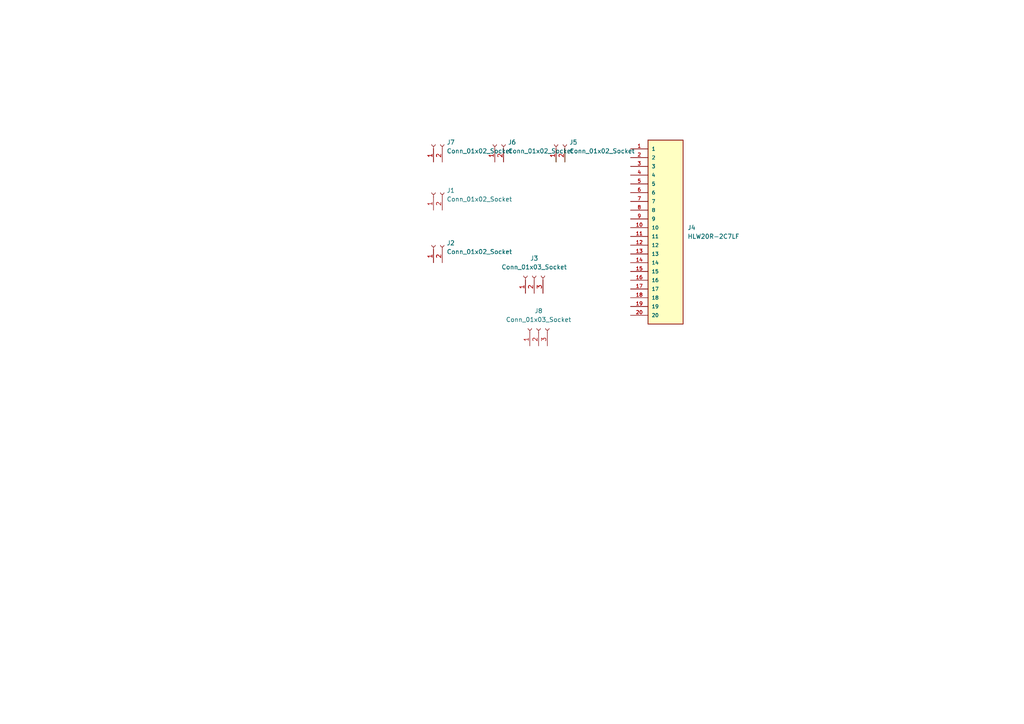
<source format=kicad_sch>
(kicad_sch
	(version 20231120)
	(generator "eeschema")
	(generator_version "8.0")
	(uuid "fa7cd74b-23bc-47f2-b91d-a26eefce7b25")
	(paper "A4")
	(title_block
		(title "FFC PCB Voron")
		(rev "1.0")
	)
	(lib_symbols
		(symbol "Connector:Conn_01x02_Socket"
			(pin_names
				(offset 1.016) hide)
			(exclude_from_sim no)
			(in_bom yes)
			(on_board yes)
			(property "Reference" "J"
				(at 0 2.54 0)
				(effects
					(font
						(size 1.27 1.27)
					)
				)
			)
			(property "Value" "Conn_01x02_Socket"
				(at 0 -5.08 0)
				(effects
					(font
						(size 1.27 1.27)
					)
				)
			)
			(property "Footprint" ""
				(at 0 0 0)
				(effects
					(font
						(size 1.27 1.27)
					)
					(hide yes)
				)
			)
			(property "Datasheet" "~"
				(at 0 0 0)
				(effects
					(font
						(size 1.27 1.27)
					)
					(hide yes)
				)
			)
			(property "Description" "Generic connector, single row, 01x02, script generated"
				(at 0 0 0)
				(effects
					(font
						(size 1.27 1.27)
					)
					(hide yes)
				)
			)
			(property "ki_locked" ""
				(at 0 0 0)
				(effects
					(font
						(size 1.27 1.27)
					)
				)
			)
			(property "ki_keywords" "connector"
				(at 0 0 0)
				(effects
					(font
						(size 1.27 1.27)
					)
					(hide yes)
				)
			)
			(property "ki_fp_filters" "Connector*:*_1x??_*"
				(at 0 0 0)
				(effects
					(font
						(size 1.27 1.27)
					)
					(hide yes)
				)
			)
			(symbol "Conn_01x02_Socket_1_1"
				(arc
					(start 0 -2.032)
					(mid -0.5058 -2.54)
					(end 0 -3.048)
					(stroke
						(width 0.1524)
						(type default)
					)
					(fill
						(type none)
					)
				)
				(polyline
					(pts
						(xy -1.27 -2.54) (xy -0.508 -2.54)
					)
					(stroke
						(width 0.1524)
						(type default)
					)
					(fill
						(type none)
					)
				)
				(polyline
					(pts
						(xy -1.27 0) (xy -0.508 0)
					)
					(stroke
						(width 0.1524)
						(type default)
					)
					(fill
						(type none)
					)
				)
				(arc
					(start 0 0.508)
					(mid -0.5058 0)
					(end 0 -0.508)
					(stroke
						(width 0.1524)
						(type default)
					)
					(fill
						(type none)
					)
				)
				(pin passive line
					(at -5.08 0 0)
					(length 3.81)
					(name "Pin_1"
						(effects
							(font
								(size 1.27 1.27)
							)
						)
					)
					(number "1"
						(effects
							(font
								(size 1.27 1.27)
							)
						)
					)
				)
				(pin passive line
					(at -5.08 -2.54 0)
					(length 3.81)
					(name "Pin_2"
						(effects
							(font
								(size 1.27 1.27)
							)
						)
					)
					(number "2"
						(effects
							(font
								(size 1.27 1.27)
							)
						)
					)
				)
			)
		)
		(symbol "Connector:Conn_01x03_Socket"
			(pin_names
				(offset 1.016) hide)
			(exclude_from_sim no)
			(in_bom yes)
			(on_board yes)
			(property "Reference" "J"
				(at 0 5.08 0)
				(effects
					(font
						(size 1.27 1.27)
					)
				)
			)
			(property "Value" "Conn_01x03_Socket"
				(at 0 -5.08 0)
				(effects
					(font
						(size 1.27 1.27)
					)
				)
			)
			(property "Footprint" ""
				(at 0 0 0)
				(effects
					(font
						(size 1.27 1.27)
					)
					(hide yes)
				)
			)
			(property "Datasheet" "~"
				(at 0 0 0)
				(effects
					(font
						(size 1.27 1.27)
					)
					(hide yes)
				)
			)
			(property "Description" "Generic connector, single row, 01x03, script generated"
				(at 0 0 0)
				(effects
					(font
						(size 1.27 1.27)
					)
					(hide yes)
				)
			)
			(property "ki_locked" ""
				(at 0 0 0)
				(effects
					(font
						(size 1.27 1.27)
					)
				)
			)
			(property "ki_keywords" "connector"
				(at 0 0 0)
				(effects
					(font
						(size 1.27 1.27)
					)
					(hide yes)
				)
			)
			(property "ki_fp_filters" "Connector*:*_1x??_*"
				(at 0 0 0)
				(effects
					(font
						(size 1.27 1.27)
					)
					(hide yes)
				)
			)
			(symbol "Conn_01x03_Socket_1_1"
				(arc
					(start 0 -2.032)
					(mid -0.5058 -2.54)
					(end 0 -3.048)
					(stroke
						(width 0.1524)
						(type default)
					)
					(fill
						(type none)
					)
				)
				(polyline
					(pts
						(xy -1.27 -2.54) (xy -0.508 -2.54)
					)
					(stroke
						(width 0.1524)
						(type default)
					)
					(fill
						(type none)
					)
				)
				(polyline
					(pts
						(xy -1.27 0) (xy -0.508 0)
					)
					(stroke
						(width 0.1524)
						(type default)
					)
					(fill
						(type none)
					)
				)
				(polyline
					(pts
						(xy -1.27 2.54) (xy -0.508 2.54)
					)
					(stroke
						(width 0.1524)
						(type default)
					)
					(fill
						(type none)
					)
				)
				(arc
					(start 0 0.508)
					(mid -0.5058 0)
					(end 0 -0.508)
					(stroke
						(width 0.1524)
						(type default)
					)
					(fill
						(type none)
					)
				)
				(arc
					(start 0 3.048)
					(mid -0.5058 2.54)
					(end 0 2.032)
					(stroke
						(width 0.1524)
						(type default)
					)
					(fill
						(type none)
					)
				)
				(pin passive line
					(at -5.08 2.54 0)
					(length 3.81)
					(name "Pin_1"
						(effects
							(font
								(size 1.27 1.27)
							)
						)
					)
					(number "1"
						(effects
							(font
								(size 1.27 1.27)
							)
						)
					)
				)
				(pin passive line
					(at -5.08 0 0)
					(length 3.81)
					(name "Pin_2"
						(effects
							(font
								(size 1.27 1.27)
							)
						)
					)
					(number "2"
						(effects
							(font
								(size 1.27 1.27)
							)
						)
					)
				)
				(pin passive line
					(at -5.08 -2.54 0)
					(length 3.81)
					(name "Pin_3"
						(effects
							(font
								(size 1.27 1.27)
							)
						)
					)
					(number "3"
						(effects
							(font
								(size 1.27 1.27)
							)
						)
					)
				)
			)
		)
		(symbol "HLW20R-2C7LF:HLW20R-2C7LF"
			(pin_names
				(offset 1.016)
			)
			(exclude_from_sim no)
			(in_bom yes)
			(on_board yes)
			(property "Reference" "J"
				(at -5.08 28.702 0)
				(effects
					(font
						(size 1.27 1.27)
					)
					(justify left bottom)
				)
			)
			(property "Value" "HLW20R-2C7LF"
				(at -5.08 -27.94 0)
				(effects
					(font
						(size 1.27 1.27)
					)
					(justify left bottom)
				)
			)
			(property "Footprint" "AMPHENOL_HLW20R-2C7LF"
				(at 0 0 0)
				(effects
					(font
						(size 1.27 1.27)
					)
					(justify left bottom)
					(hide yes)
				)
			)
			(property "Datasheet" ""
				(at 0 0 0)
				(effects
					(font
						(size 1.27 1.27)
					)
					(justify left bottom)
					(hide yes)
				)
			)
			(property "Description" "C"
				(at 0 0 0)
				(effects
					(font
						(size 1.27 1.27)
					)
					(justify left bottom)
					(hide yes)
				)
			)
			(property "STANDARD" "Manufacturer Recommendations"
				(at 0 0 0)
				(effects
					(font
						(size 1.27 1.27)
					)
					(justify left bottom)
					(hide yes)
				)
			)
			(property "MAXIMUM_PACKAGE_HEIGHT" "3.9mm"
				(at 0 0 0)
				(effects
					(font
						(size 1.27 1.27)
					)
					(justify left bottom)
					(hide yes)
				)
			)
			(property "MANUFACTURER" "Amphenol"
				(at 0 0 0)
				(effects
					(font
						(size 1.27 1.27)
					)
					(justify left bottom)
					(hide yes)
				)
			)
			(property "ki_locked" ""
				(at 0 0 0)
				(effects
					(font
						(size 1.27 1.27)
					)
				)
			)
			(symbol "HLW20R-2C7LF_0_0"
				(rectangle
					(start -5.08 -25.4)
					(end 5.08 27.94)
					(stroke
						(width 0.254)
						(type solid)
					)
					(fill
						(type background)
					)
				)
				(pin passive line
					(at -10.16 25.4 0)
					(length 5.08)
					(name "1"
						(effects
							(font
								(size 1.016 1.016)
							)
						)
					)
					(number "1"
						(effects
							(font
								(size 1.016 1.016)
							)
						)
					)
				)
				(pin passive line
					(at -10.16 2.54 0)
					(length 5.08)
					(name "10"
						(effects
							(font
								(size 1.016 1.016)
							)
						)
					)
					(number "10"
						(effects
							(font
								(size 1.016 1.016)
							)
						)
					)
				)
				(pin passive line
					(at -10.16 0 0)
					(length 5.08)
					(name "11"
						(effects
							(font
								(size 1.016 1.016)
							)
						)
					)
					(number "11"
						(effects
							(font
								(size 1.016 1.016)
							)
						)
					)
				)
				(pin passive line
					(at -10.16 -2.54 0)
					(length 5.08)
					(name "12"
						(effects
							(font
								(size 1.016 1.016)
							)
						)
					)
					(number "12"
						(effects
							(font
								(size 1.016 1.016)
							)
						)
					)
				)
				(pin passive line
					(at -10.16 -5.08 0)
					(length 5.08)
					(name "13"
						(effects
							(font
								(size 1.016 1.016)
							)
						)
					)
					(number "13"
						(effects
							(font
								(size 1.016 1.016)
							)
						)
					)
				)
				(pin passive line
					(at -10.16 -7.62 0)
					(length 5.08)
					(name "14"
						(effects
							(font
								(size 1.016 1.016)
							)
						)
					)
					(number "14"
						(effects
							(font
								(size 1.016 1.016)
							)
						)
					)
				)
				(pin passive line
					(at -10.16 -10.16 0)
					(length 5.08)
					(name "15"
						(effects
							(font
								(size 1.016 1.016)
							)
						)
					)
					(number "15"
						(effects
							(font
								(size 1.016 1.016)
							)
						)
					)
				)
				(pin passive line
					(at -10.16 -12.7 0)
					(length 5.08)
					(name "16"
						(effects
							(font
								(size 1.016 1.016)
							)
						)
					)
					(number "16"
						(effects
							(font
								(size 1.016 1.016)
							)
						)
					)
				)
				(pin passive line
					(at -10.16 -15.24 0)
					(length 5.08)
					(name "17"
						(effects
							(font
								(size 1.016 1.016)
							)
						)
					)
					(number "17"
						(effects
							(font
								(size 1.016 1.016)
							)
						)
					)
				)
				(pin passive line
					(at -10.16 -17.78 0)
					(length 5.08)
					(name "18"
						(effects
							(font
								(size 1.016 1.016)
							)
						)
					)
					(number "18"
						(effects
							(font
								(size 1.016 1.016)
							)
						)
					)
				)
				(pin passive line
					(at -10.16 -20.32 0)
					(length 5.08)
					(name "19"
						(effects
							(font
								(size 1.016 1.016)
							)
						)
					)
					(number "19"
						(effects
							(font
								(size 1.016 1.016)
							)
						)
					)
				)
				(pin passive line
					(at -10.16 22.86 0)
					(length 5.08)
					(name "2"
						(effects
							(font
								(size 1.016 1.016)
							)
						)
					)
					(number "2"
						(effects
							(font
								(size 1.016 1.016)
							)
						)
					)
				)
				(pin passive line
					(at -10.16 -22.86 0)
					(length 5.08)
					(name "20"
						(effects
							(font
								(size 1.016 1.016)
							)
						)
					)
					(number "20"
						(effects
							(font
								(size 1.016 1.016)
							)
						)
					)
				)
				(pin passive line
					(at -10.16 20.32 0)
					(length 5.08)
					(name "3"
						(effects
							(font
								(size 1.016 1.016)
							)
						)
					)
					(number "3"
						(effects
							(font
								(size 1.016 1.016)
							)
						)
					)
				)
				(pin passive line
					(at -10.16 17.78 0)
					(length 5.08)
					(name "4"
						(effects
							(font
								(size 1.016 1.016)
							)
						)
					)
					(number "4"
						(effects
							(font
								(size 1.016 1.016)
							)
						)
					)
				)
				(pin passive line
					(at -10.16 15.24 0)
					(length 5.08)
					(name "5"
						(effects
							(font
								(size 1.016 1.016)
							)
						)
					)
					(number "5"
						(effects
							(font
								(size 1.016 1.016)
							)
						)
					)
				)
				(pin passive line
					(at -10.16 12.7 0)
					(length 5.08)
					(name "6"
						(effects
							(font
								(size 1.016 1.016)
							)
						)
					)
					(number "6"
						(effects
							(font
								(size 1.016 1.016)
							)
						)
					)
				)
				(pin passive line
					(at -10.16 10.16 0)
					(length 5.08)
					(name "7"
						(effects
							(font
								(size 1.016 1.016)
							)
						)
					)
					(number "7"
						(effects
							(font
								(size 1.016 1.016)
							)
						)
					)
				)
				(pin passive line
					(at -10.16 7.62 0)
					(length 5.08)
					(name "8"
						(effects
							(font
								(size 1.016 1.016)
							)
						)
					)
					(number "8"
						(effects
							(font
								(size 1.016 1.016)
							)
						)
					)
				)
				(pin passive line
					(at -10.16 5.08 0)
					(length 5.08)
					(name "9"
						(effects
							(font
								(size 1.016 1.016)
							)
						)
					)
					(number "9"
						(effects
							(font
								(size 1.016 1.016)
							)
						)
					)
				)
			)
		)
	)
	(wire
		(pts
			(xy 163.83 43.18) (xy 163.83 46.99)
		)
		(stroke
			(width 0)
			(type default)
		)
		(uuid "ad7e52e9-bdb0-429b-8d22-ae84d688a389")
	)
	(wire
		(pts
			(xy 161.29 45.72) (xy 161.29 46.99)
		)
		(stroke
			(width 0)
			(type default)
		)
		(uuid "fb653040-c238-48ec-bde8-bc5877e9e736")
	)
	(symbol
		(lib_id "Connector:Conn_01x03_Socket")
		(at 156.21 95.25 90)
		(unit 1)
		(exclude_from_sim no)
		(in_bom yes)
		(on_board yes)
		(dnp no)
		(fields_autoplaced yes)
		(uuid "3c9444ba-60a7-4c08-97b7-29eae4a87511")
		(property "Reference" "J8"
			(at 156.21 90.17 90)
			(effects
				(font
					(size 1.27 1.27)
				)
			)
		)
		(property "Value" "Conn_01x03_Socket"
			(at 156.21 92.71 90)
			(effects
				(font
					(size 1.27 1.27)
				)
			)
		)
		(property "Footprint" "Connector_JST:JST_XH_B3B-XH-A_1x03_P2.50mm_Vertical"
			(at 156.21 95.25 0)
			(effects
				(font
					(size 1.27 1.27)
				)
				(hide yes)
			)
		)
		(property "Datasheet" "~"
			(at 156.21 95.25 0)
			(effects
				(font
					(size 1.27 1.27)
				)
				(hide yes)
			)
		)
		(property "Description" "Generic connector, single row, 01x03, script generated"
			(at 156.21 95.25 0)
			(effects
				(font
					(size 1.27 1.27)
				)
				(hide yes)
			)
		)
		(pin "1"
			(uuid "583c0a24-4abf-4aaa-9162-93d5f4ebffd3")
		)
		(pin "3"
			(uuid "3664eebf-22a7-4dba-aed9-2a22589ab711")
		)
		(pin "2"
			(uuid "28cb2ab7-f971-4ea0-b237-f992b76f6669")
		)
		(instances
			(project "FFC_Voron"
				(path "/fa7cd74b-23bc-47f2-b91d-a26eefce7b25"
					(reference "J8")
					(unit 1)
				)
			)
		)
	)
	(symbol
		(lib_id "Connector:Conn_01x02_Socket")
		(at 125.73 55.88 90)
		(unit 1)
		(exclude_from_sim no)
		(in_bom yes)
		(on_board yes)
		(dnp no)
		(fields_autoplaced yes)
		(uuid "61fbf17f-94b8-4796-96a6-d6e96fbb2ccd")
		(property "Reference" "J1"
			(at 129.54 55.2449 90)
			(effects
				(font
					(size 1.27 1.27)
				)
				(justify right)
			)
		)
		(property "Value" "Conn_01x02_Socket"
			(at 129.54 57.7849 90)
			(effects
				(font
					(size 1.27 1.27)
				)
				(justify right)
			)
		)
		(property "Footprint" ""
			(at 125.73 55.88 0)
			(effects
				(font
					(size 1.27 1.27)
				)
				(hide yes)
			)
		)
		(property "Datasheet" "~"
			(at 125.73 55.88 0)
			(effects
				(font
					(size 1.27 1.27)
				)
				(hide yes)
			)
		)
		(property "Description" "Generic connector, single row, 01x02, script generated"
			(at 125.73 55.88 0)
			(effects
				(font
					(size 1.27 1.27)
				)
				(hide yes)
			)
		)
		(pin "1"
			(uuid "8933dcbb-1ed6-43c6-b144-534141cc78cb")
		)
		(pin "2"
			(uuid "ce202067-3e1e-43ae-a6ef-6d7180ad8140")
		)
		(instances
			(project "FFC_Voron"
				(path "/fa7cd74b-23bc-47f2-b91d-a26eefce7b25"
					(reference "J1")
					(unit 1)
				)
			)
		)
	)
	(symbol
		(lib_id "Connector:Conn_01x02_Socket")
		(at 125.73 71.12 90)
		(unit 1)
		(exclude_from_sim no)
		(in_bom yes)
		(on_board yes)
		(dnp no)
		(fields_autoplaced yes)
		(uuid "78e88d1d-c83f-482e-aff7-193368dedbea")
		(property "Reference" "J2"
			(at 129.54 70.4849 90)
			(effects
				(font
					(size 1.27 1.27)
				)
				(justify right)
			)
		)
		(property "Value" "Conn_01x02_Socket"
			(at 129.54 73.0249 90)
			(effects
				(font
					(size 1.27 1.27)
				)
				(justify right)
			)
		)
		(property "Footprint" ""
			(at 125.73 71.12 0)
			(effects
				(font
					(size 1.27 1.27)
				)
				(hide yes)
			)
		)
		(property "Datasheet" "~"
			(at 125.73 71.12 0)
			(effects
				(font
					(size 1.27 1.27)
				)
				(hide yes)
			)
		)
		(property "Description" "Generic connector, single row, 01x02, script generated"
			(at 125.73 71.12 0)
			(effects
				(font
					(size 1.27 1.27)
				)
				(hide yes)
			)
		)
		(pin "1"
			(uuid "9c63e1e5-1075-464c-8890-733f1199e6ee")
		)
		(pin "2"
			(uuid "ffc3bedd-931d-447b-905d-64eb8288d0e4")
		)
		(instances
			(project "FFC_Voron"
				(path "/fa7cd74b-23bc-47f2-b91d-a26eefce7b25"
					(reference "J2")
					(unit 1)
				)
			)
		)
	)
	(symbol
		(lib_id "HLW20R-2C7LF:HLW20R-2C7LF")
		(at 193.04 68.58 0)
		(unit 1)
		(exclude_from_sim no)
		(in_bom yes)
		(on_board yes)
		(dnp no)
		(fields_autoplaced yes)
		(uuid "79264748-83f2-4fa4-954e-09108748c007")
		(property "Reference" "J4"
			(at 199.39 66.0399 0)
			(effects
				(font
					(size 1.27 1.27)
				)
				(justify left)
			)
		)
		(property "Value" "HLW20R-2C7LF"
			(at 199.39 68.5799 0)
			(effects
				(font
					(size 1.27 1.27)
				)
				(justify left)
			)
		)
		(property "Footprint" "AMPHENOL_F300-1B7H1-11020-E100"
			(at 193.04 68.58 0)
			(effects
				(font
					(size 1.27 1.27)
				)
				(justify left bottom)
				(hide yes)
			)
		)
		(property "Datasheet" ""
			(at 193.04 68.58 0)
			(effects
				(font
					(size 1.27 1.27)
				)
				(justify left bottom)
				(hide yes)
			)
		)
		(property "Description" "C"
			(at 193.04 68.58 0)
			(effects
				(font
					(size 1.27 1.27)
				)
				(justify left bottom)
				(hide yes)
			)
		)
		(property "STANDARD" "Manufacturer Recommendations"
			(at 193.04 68.58 0)
			(effects
				(font
					(size 1.27 1.27)
				)
				(justify left bottom)
				(hide yes)
			)
		)
		(property "MAXIMUM_PACKAGE_HEIGHT" "3.9mm"
			(at 193.04 68.58 0)
			(effects
				(font
					(size 1.27 1.27)
				)
				(justify left bottom)
				(hide yes)
			)
		)
		(property "MANUFACTURER" "Amphenol"
			(at 193.04 68.58 0)
			(effects
				(font
					(size 1.27 1.27)
				)
				(justify left bottom)
				(hide yes)
			)
		)
		(pin "18"
			(uuid "724d7cce-8111-4aa5-9f0b-a9feb389d4b9")
		)
		(pin "11"
			(uuid "f7a7cfbd-5fe2-453f-8062-eaaae9c814f1")
		)
		(pin "16"
			(uuid "055b320c-0334-497b-a000-5f7d88b10611")
		)
		(pin "5"
			(uuid "0dd7a6f6-e2f7-442f-bb2d-82e0790e6e0b")
		)
		(pin "13"
			(uuid "bdb51fde-4908-4c39-9c02-fc08a1025aca")
		)
		(pin "9"
			(uuid "5d67f50e-6ef4-4f11-84c6-75d0b700c389")
		)
		(pin "2"
			(uuid "25d5fa59-ed67-4f9d-bcf0-641cfd9bdef2")
		)
		(pin "1"
			(uuid "56cf0342-af99-417b-8f64-a990836bd99e")
		)
		(pin "12"
			(uuid "1ac49b82-f5a9-4a77-8429-01bb740cf498")
		)
		(pin "20"
			(uuid "9fd05bbb-c737-40e0-a7af-b9638e066074")
		)
		(pin "14"
			(uuid "7bfb4f14-f105-443d-a653-c2ea934a2672")
		)
		(pin "7"
			(uuid "24007041-9936-46f9-8121-bf49a8550bad")
		)
		(pin "8"
			(uuid "f888d521-f96c-401e-b2c5-c2a3ceef3242")
		)
		(pin "4"
			(uuid "77b65180-1108-4100-830a-d79c492a396b")
		)
		(pin "6"
			(uuid "5b12b715-96f3-49e1-bd07-4da7b45b805c")
		)
		(pin "3"
			(uuid "1c41b868-676f-4018-a5a8-7b031915858d")
		)
		(pin "15"
			(uuid "326ca90f-66e8-44f8-8174-d78f5f0f6e3c")
		)
		(pin "17"
			(uuid "ee825585-4084-4fed-ab68-544c7d9b628c")
		)
		(pin "10"
			(uuid "c1302296-b5cb-473f-82d7-0ab23ff85b6a")
		)
		(pin "19"
			(uuid "a39903f6-5fbf-472b-a9eb-f07e06bc18a6")
		)
		(instances
			(project "FFC_Voron"
				(path "/fa7cd74b-23bc-47f2-b91d-a26eefce7b25"
					(reference "J4")
					(unit 1)
				)
			)
		)
	)
	(symbol
		(lib_id "Connector:Conn_01x02_Socket")
		(at 143.51 41.91 90)
		(unit 1)
		(exclude_from_sim no)
		(in_bom yes)
		(on_board yes)
		(dnp no)
		(fields_autoplaced yes)
		(uuid "8aa67d8e-58e9-4b4e-951d-1cae9bb55f68")
		(property "Reference" "J6"
			(at 147.32 41.2749 90)
			(effects
				(font
					(size 1.27 1.27)
				)
				(justify right)
			)
		)
		(property "Value" "Conn_01x02_Socket"
			(at 147.32 43.8149 90)
			(effects
				(font
					(size 1.27 1.27)
				)
				(justify right)
			)
		)
		(property "Footprint" ""
			(at 143.51 41.91 0)
			(effects
				(font
					(size 1.27 1.27)
				)
				(hide yes)
			)
		)
		(property "Datasheet" "~"
			(at 143.51 41.91 0)
			(effects
				(font
					(size 1.27 1.27)
				)
				(hide yes)
			)
		)
		(property "Description" "Generic connector, single row, 01x02, script generated"
			(at 143.51 41.91 0)
			(effects
				(font
					(size 1.27 1.27)
				)
				(hide yes)
			)
		)
		(pin "2"
			(uuid "b5fb2623-e57f-40f7-850c-15f3d6f27ad2")
		)
		(pin "1"
			(uuid "b661022b-4b6d-4b8d-aeb8-744348250f55")
		)
		(instances
			(project "FFC_Voron"
				(path "/fa7cd74b-23bc-47f2-b91d-a26eefce7b25"
					(reference "J6")
					(unit 1)
				)
			)
		)
	)
	(symbol
		(lib_id "Connector:Conn_01x02_Socket")
		(at 161.29 41.91 90)
		(unit 1)
		(exclude_from_sim no)
		(in_bom yes)
		(on_board yes)
		(dnp no)
		(fields_autoplaced yes)
		(uuid "a2ec922d-c886-4e61-bdfc-01a3bcc59585")
		(property "Reference" "J5"
			(at 165.1 41.2749 90)
			(effects
				(font
					(size 1.27 1.27)
				)
				(justify right)
			)
		)
		(property "Value" "Conn_01x02_Socket"
			(at 165.1 43.8149 90)
			(effects
				(font
					(size 1.27 1.27)
				)
				(justify right)
			)
		)
		(property "Footprint" "Connector_JST:JST_XH_B2B-XH-A_1x02_P2.50mm_Vertical"
			(at 161.29 41.91 0)
			(effects
				(font
					(size 1.27 1.27)
				)
				(hide yes)
			)
		)
		(property "Datasheet" "~"
			(at 161.29 41.91 0)
			(effects
				(font
					(size 1.27 1.27)
				)
				(hide yes)
			)
		)
		(property "Description" "Generic connector, single row, 01x02, script generated"
			(at 161.29 41.91 0)
			(effects
				(font
					(size 1.27 1.27)
				)
				(hide yes)
			)
		)
		(pin "1"
			(uuid "063c60c6-d518-4613-a681-cc259371d1c2")
		)
		(pin "2"
			(uuid "7a97eb01-cbb9-403b-8713-83efc1c5a882")
		)
		(instances
			(project "FFC_Voron"
				(path "/fa7cd74b-23bc-47f2-b91d-a26eefce7b25"
					(reference "J5")
					(unit 1)
				)
			)
		)
	)
	(symbol
		(lib_id "Connector:Conn_01x02_Socket")
		(at 125.73 41.91 90)
		(unit 1)
		(exclude_from_sim no)
		(in_bom yes)
		(on_board yes)
		(dnp no)
		(fields_autoplaced yes)
		(uuid "a8313150-cdcf-44bb-803d-fee968905870")
		(property "Reference" "J7"
			(at 129.54 41.2749 90)
			(effects
				(font
					(size 1.27 1.27)
				)
				(justify right)
			)
		)
		(property "Value" "Conn_01x02_Socket"
			(at 129.54 43.8149 90)
			(effects
				(font
					(size 1.27 1.27)
				)
				(justify right)
			)
		)
		(property "Footprint" ""
			(at 125.73 41.91 0)
			(effects
				(font
					(size 1.27 1.27)
				)
				(hide yes)
			)
		)
		(property "Datasheet" "~"
			(at 125.73 41.91 0)
			(effects
				(font
					(size 1.27 1.27)
				)
				(hide yes)
			)
		)
		(property "Description" "Generic connector, single row, 01x02, script generated"
			(at 125.73 41.91 0)
			(effects
				(font
					(size 1.27 1.27)
				)
				(hide yes)
			)
		)
		(pin "1"
			(uuid "306466f4-af75-493c-a035-c4edcd7da804")
		)
		(pin "2"
			(uuid "754692f3-1a37-480f-9cb6-d54febab6891")
		)
		(instances
			(project "FFC_Voron"
				(path "/fa7cd74b-23bc-47f2-b91d-a26eefce7b25"
					(reference "J7")
					(unit 1)
				)
			)
		)
	)
	(symbol
		(lib_id "Connector:Conn_01x03_Socket")
		(at 154.94 80.01 90)
		(unit 1)
		(exclude_from_sim no)
		(in_bom yes)
		(on_board yes)
		(dnp no)
		(fields_autoplaced yes)
		(uuid "d1698cf6-36cf-48e6-ad3c-3cf6a57e6203")
		(property "Reference" "J3"
			(at 154.94 74.93 90)
			(effects
				(font
					(size 1.27 1.27)
				)
			)
		)
		(property "Value" "Conn_01x03_Socket"
			(at 154.94 77.47 90)
			(effects
				(font
					(size 1.27 1.27)
				)
			)
		)
		(property "Footprint" "Connector_JST:JST_XH_B3B-XH-A_1x03_P2.50mm_Vertical"
			(at 154.94 80.01 0)
			(effects
				(font
					(size 1.27 1.27)
				)
				(hide yes)
			)
		)
		(property "Datasheet" "~"
			(at 154.94 80.01 0)
			(effects
				(font
					(size 1.27 1.27)
				)
				(hide yes)
			)
		)
		(property "Description" "Generic connector, single row, 01x03, script generated"
			(at 154.94 80.01 0)
			(effects
				(font
					(size 1.27 1.27)
				)
				(hide yes)
			)
		)
		(pin "1"
			(uuid "70c2d3a5-a2fa-4d6e-9e68-57a6b694b20d")
		)
		(pin "3"
			(uuid "3e49e14c-000f-4b4c-ab7c-119a085a26bb")
		)
		(pin "2"
			(uuid "0ac30f5e-2d76-45ee-873e-64cf62f6098c")
		)
		(instances
			(project "FFC_Voron"
				(path "/fa7cd74b-23bc-47f2-b91d-a26eefce7b25"
					(reference "J3")
					(unit 1)
				)
			)
		)
	)
	(sheet_instances
		(path "/"
			(page "1")
		)
	)
)

</source>
